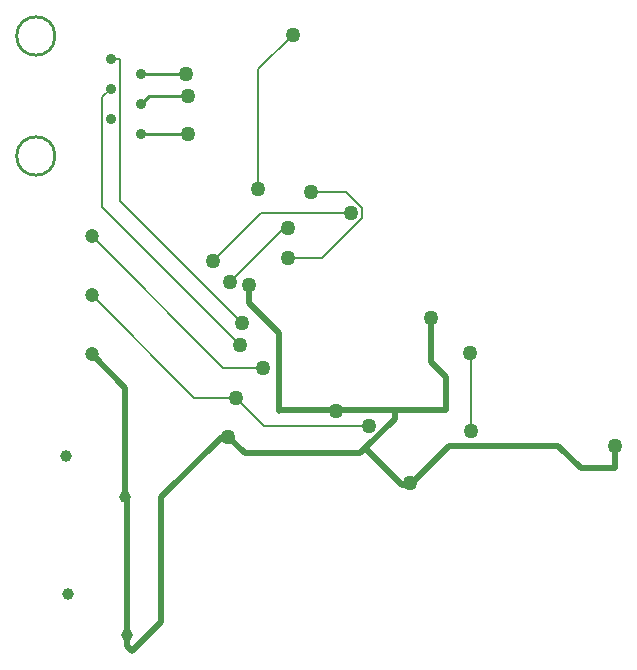
<source format=gbl>
%FSLAX44Y44*%
%MOMM*%
G71*
G01*
G75*
G04 Layer_Physical_Order=2*
G04 Layer_Color=16711680*
%ADD10R,1.3000X1.5000*%
%ADD11R,1.1000X1.0000*%
%ADD12R,1.1000X1.0000*%
%ADD13R,2.0000X3.5000*%
%ADD14R,1.0000X1.1000*%
%ADD15R,1.2500X1.1000*%
%ADD16R,1.5000X1.3000*%
%ADD17R,1.0000X1.1000*%
%ADD18R,2.0000X1.2000*%
%ADD19R,5.6000X5.6000*%
%ADD20R,0.7000X0.7500*%
%ADD21R,1.5200X1.6800*%
%ADD22R,0.8400X0.2450*%
%ADD23R,0.2450X0.8400*%
%ADD24R,1.1000X1.2500*%
%ADD25C,0.2540*%
%ADD26C,0.2000*%
%ADD27C,0.5000*%
%ADD28C,0.9000*%
%ADD29C,1.0000*%
%ADD30C,1.2000*%
%ADD31C,1.2700*%
D25*
X369570Y763270D02*
X407670D01*
X375920Y744220D02*
X408940D01*
X369570Y737870D02*
X375920Y744220D01*
X369570Y712470D02*
X408940D01*
X296820Y795070D02*
G03*
X296820Y795070I-16250J0D01*
G01*
Y693470D02*
G03*
X296820Y693470I-16250J0D01*
G01*
D26*
X356070Y288850D02*
Y404420D01*
Y288850D02*
X357340Y287580D01*
X336670Y743070D02*
X343970Y750370D01*
X344170D01*
X351948Y655162D02*
Y775970D01*
X344170D02*
X351948D01*
X327660Y575780D02*
X414490Y488950D01*
X449580D01*
X439090Y514350D02*
X472440D01*
X327660Y625780D02*
X439090Y514350D01*
X336670Y650120D02*
Y743070D01*
X351948Y655162D02*
X454660Y552450D01*
X336670Y650120D02*
X453390Y533400D01*
X473710Y464820D02*
X562610D01*
X449580Y488950D02*
X473710Y464820D01*
X486410Y477520D02*
X487680Y478790D01*
X430530Y604520D02*
X471170Y645160D01*
X547370D01*
X494030Y607060D02*
X522493D01*
X556720Y641287D01*
Y649033D01*
X542813Y662940D02*
X556720Y649033D01*
X513080Y662940D02*
X542813D01*
X468630Y665480D02*
Y767080D01*
X497840Y796290D01*
X438150Y455930D02*
X443230D01*
X490220Y632460D02*
X494030D01*
X444500Y586740D02*
X490220Y632460D01*
X443230Y455930D02*
X445770Y458470D01*
X647700Y527050D02*
X648970Y525780D01*
Y461010D02*
Y525780D01*
D27*
X614680Y519430D02*
Y556260D01*
Y519430D02*
X627380Y506730D01*
Y478790D02*
Y506730D01*
X486410Y477520D02*
Y543560D01*
X461010Y568960D02*
X486410Y543560D01*
X461010Y568960D02*
Y584200D01*
X584200Y471066D02*
Y478790D01*
X487680D02*
X584200D01*
X627380D01*
X386640Y404420D02*
X438150Y455930D01*
X457200Y441960D02*
X555094D01*
X443230Y455930D02*
X457200Y441960D01*
X386640Y299010D02*
Y404420D01*
X361950Y274320D02*
X386640Y299010D01*
X357340Y278930D02*
X361950Y274320D01*
X356070Y404420D02*
X357340Y403150D01*
Y278930D02*
Y287580D01*
Y403150D01*
X356070Y404420D02*
Y497370D01*
X327660Y525780D02*
X356070Y497370D01*
X559487Y446353D02*
X590550Y415290D01*
X596900D01*
X629920Y448310D01*
X722630D01*
X555094Y441960D02*
X559487Y446353D01*
X584200Y471066D01*
X722630Y448310D02*
X741680Y429260D01*
X770890D01*
Y448310D01*
D28*
X369570Y712470D02*
D03*
Y737870D02*
D03*
X344170Y775970D02*
D03*
Y750370D02*
D03*
Y724770D02*
D03*
X369570Y763270D02*
D03*
D29*
X356070Y404420D02*
D03*
X306070Y439420D02*
D03*
X357340Y287580D02*
D03*
X307340Y322580D02*
D03*
D30*
X327660Y625780D02*
D03*
Y575780D02*
D03*
Y525780D02*
D03*
D31*
X407670Y763270D02*
D03*
X408940Y744220D02*
D03*
Y712470D02*
D03*
X562610Y464820D02*
D03*
X614680Y556260D02*
D03*
X472440Y514350D02*
D03*
X454660Y552450D02*
D03*
X453390Y533400D02*
D03*
X449580Y488950D02*
D03*
X444500Y586740D02*
D03*
X494030Y632460D02*
D03*
X430530Y604520D02*
D03*
X547370Y645160D02*
D03*
X494030Y607060D02*
D03*
X513080Y662940D02*
D03*
X468630Y665480D02*
D03*
X497840Y796290D02*
D03*
X443230Y455930D02*
D03*
X534670Y477520D02*
D03*
X461010Y584200D02*
D03*
X770890Y448310D02*
D03*
X648970Y461010D02*
D03*
X647700Y527050D02*
D03*
X596900Y416560D02*
D03*
M02*

</source>
